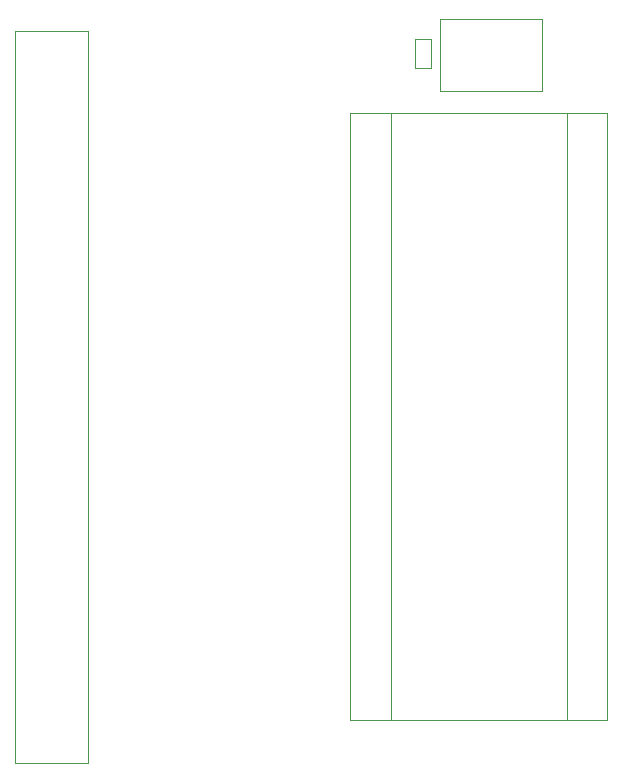
<source format=gbr>
G04 #@! TF.FileFunction,Other,User*
%FSLAX46Y46*%
G04 Gerber Fmt 4.6, Leading zero omitted, Abs format (unit mm)*
G04 Created by KiCad (PCBNEW 4.0.7) date 07/31/18 16:14:13*
%MOMM*%
%LPD*%
G01*
G04 APERTURE LIST*
%ADD10C,0.100000*%
%ADD11C,0.050000*%
G04 APERTURE END LIST*
D10*
D11*
X78010000Y-78570000D02*
X78010000Y-130020000D01*
X78010000Y-130020000D02*
X96360000Y-130020000D01*
X96360000Y-130020000D02*
X96360000Y-78570000D01*
X96360000Y-78570000D02*
X78010000Y-78570000D01*
X55780000Y-133630000D02*
X55780000Y-71630000D01*
X55780000Y-71630000D02*
X49630000Y-71630000D01*
X49630000Y-71630000D02*
X49630000Y-133630000D01*
X49630000Y-133630000D02*
X55780000Y-133630000D01*
X85570000Y-76740000D02*
X94220000Y-76740000D01*
X94220000Y-76740000D02*
X94220000Y-70590000D01*
X94220000Y-70590000D02*
X85570000Y-70590000D01*
X85570000Y-70590000D02*
X85570000Y-76740000D01*
X84860000Y-72320000D02*
X84860000Y-74820000D01*
X84860000Y-72320000D02*
X83460000Y-72320000D01*
X83460000Y-74820000D02*
X84860000Y-74820000D01*
X83460000Y-74820000D02*
X83460000Y-72320000D01*
X81420000Y-78570000D02*
X81420000Y-130020000D01*
X81420000Y-130020000D02*
X99770000Y-130020000D01*
X99770000Y-130020000D02*
X99770000Y-78570000D01*
X99770000Y-78570000D02*
X81420000Y-78570000D01*
M02*

</source>
